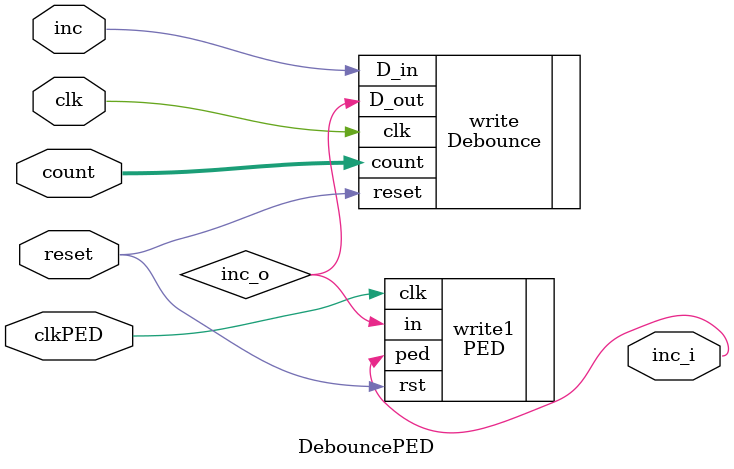
<source format=v>
`timescale 1ns / 1ps


module DebouncePED (input clk, 
                    input clkPED, 
                    input reset, 
                    input inc,
                    input [31:0]  count, 
                    output inc_i);
    
    wire inc_o; 
    Debounce write(.clk(clk), .reset(reset),.count(count), .D_in(inc),.D_out(inc_o));
    PED write1 (.clk(clkPED), .rst(reset), .in(inc_o), .ped(inc_i)  );
endmodule

</source>
